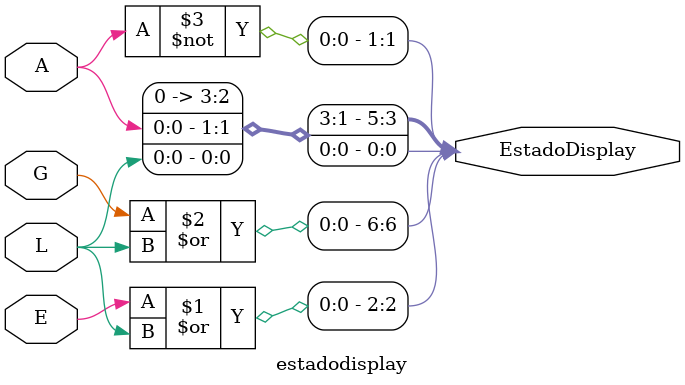
<source format=v>
module estadodisplay(E, G, A, L, EstadoDisplay);
	input E, G, A, L;
	output [6:0] EstadoDisplay;
	
	assign EstadoDisplay[0] = L;
	not(EstadoDisplay[1], A);
	or(EstadoDisplay[2], E, L);
	assign EstadoDisplay[3] = A;
	assign EstadoDisplay[4] = 0;
	assign EstadoDisplay[5] = 0;
	or(EstadoDisplay[6], G, L);



endmodule 
</source>
